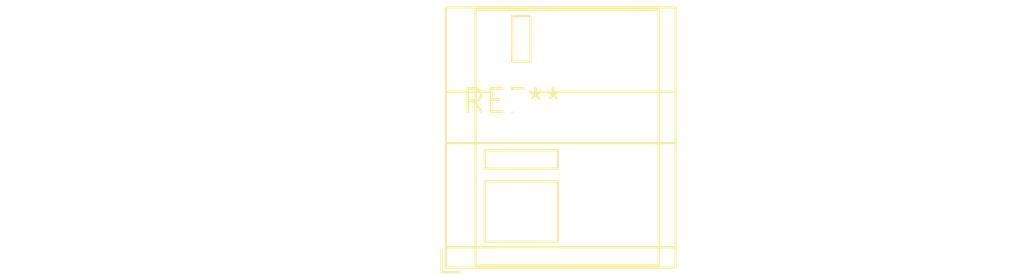
<source format=kicad_pcb>
(kicad_pcb (version 20240108) (generator pcbnew)
  (layers (0 "F.Cu" signal) (31 "B.Cu" signal) (34 "B.Paste" user) (35 "F.Paste" user) (36 "B.SilkS" user "B.Silkscreen") (37 "F.SilkS" user "F.Silkscreen") (38 "B.Mask" user) (39 "F.Mask" user) (44 "Edge.Cuts" user))
  (net 0 "")
  (footprint "TerminalBlock_WAGO_236-301_1x01_P10.00mm_45Degree" (layer "F.Cu") (at 0 0)
    (property "Reference" "REF**")
    (property "Value" "TerminalBlock_WAGO_236-301_1x01_P10.00mm_45Degree")
    (fp_line (start -3.86 8.12) (end -3.86 9.36) (layer "F.SilkS") (stroke (width 0.12)))
    (fp_line (start -3.86 9.36) (end -2.86 9.36) (layer "F.SilkS") (stroke (width 0.12)))
    (fp_line (start -3.62 -5.12) (end -3.62 9.12) (layer "F.SilkS") (stroke (width 0.12)))
    (fp_line (start -3.62 -5.12) (end 8.921 -5.12) (layer "F.SilkS") (stroke (width 0.12)))
    (fp_line (start -3.62 -0.5) (end -1.23 -0.5) (layer "F.SilkS") (stroke (width 0.12)))
    (fp_line (start -3.62 2.3) (end 8.921 2.3) (layer "F.SilkS") (stroke (width 0.12)))
    (fp_line (start -3.62 8) (end 8.921 8) (layer "F.SilkS") (stroke (width 0.12)))
    (fp_line (start -3.62 9.12) (end 8.921 9.12) (layer "F.SilkS") (stroke (width 0.12)))
    (fp_line (start -2 -5) (end -2 9) (layer "F.SilkS") (stroke (width 0.12)))
    (fp_line (start -2 -5) (end 8 -5) (layer "F.SilkS") (stroke (width 0.12)))
    (fp_line (start -2 9) (end 8 9) (layer "F.SilkS") (stroke (width 0.12)))
    (fp_line (start -1.5 2.7) (end -1.5 3.7) (layer "F.SilkS") (stroke (width 0.12)))
    (fp_line (start -1.5 2.7) (end 2.5 2.7) (layer "F.SilkS") (stroke (width 0.12)))
    (fp_line (start -1.5 3.7) (end 2.5 3.7) (layer "F.SilkS") (stroke (width 0.12)))
    (fp_line (start -1.5 4.4) (end -1.5 7.7) (layer "F.SilkS") (stroke (width 0.12)))
    (fp_line (start -1.5 4.4) (end 2.5 4.4) (layer "F.SilkS") (stroke (width 0.12)))
    (fp_line (start -1.5 7.7) (end 2.5 7.7) (layer "F.SilkS") (stroke (width 0.12)))
    (fp_line (start 0 -4.65) (end 0 -2.151) (layer "F.SilkS") (stroke (width 0.12)))
    (fp_line (start 0 -4.65) (end 1 -4.65) (layer "F.SilkS") (stroke (width 0.12)))
    (fp_line (start 0 -2.151) (end 1 -2.151) (layer "F.SilkS") (stroke (width 0.12)))
    (fp_line (start 1 -4.65) (end 1 -2.151) (layer "F.SilkS") (stroke (width 0.12)))
    (fp_line (start 1.23 -0.5) (end 8.921 -0.5) (layer "F.SilkS") (stroke (width 0.12)))
    (fp_line (start 2.5 2.7) (end 2.5 3.7) (layer "F.SilkS") (stroke (width 0.12)))
    (fp_line (start 2.5 4.4) (end 2.5 7.7) (layer "F.SilkS") (stroke (width 0.12)))
    (fp_line (start 8 -5) (end 8 9) (layer "F.SilkS") (stroke (width 0.12)))
    (fp_line (start 8.921 -5.12) (end 8.921 9.12) (layer "F.SilkS") (stroke (width 0.12)))
    (pad "1" thru_hole rect (at 0 0) (size 1.5 3) (drill 1.15) (layers *.Cu *.Mask) (remove_unused_layers))
  )
)
</source>
